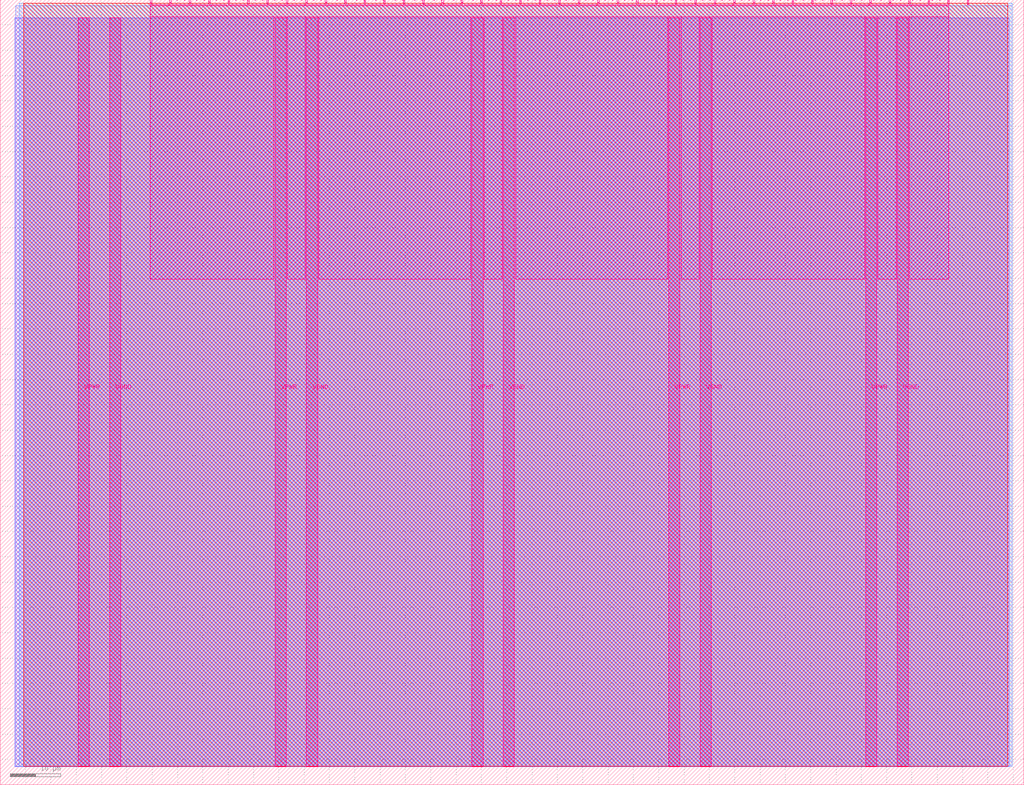
<source format=lef>
VERSION 5.7 ;
  NOWIREEXTENSIONATPIN ON ;
  DIVIDERCHAR "/" ;
  BUSBITCHARS "[]" ;
MACRO tt_um_MichaelBell_hd_8b10b
  CLASS BLOCK ;
  FOREIGN tt_um_MichaelBell_hd_8b10b ;
  ORIGIN 0.000 0.000 ;
  SIZE 202.080 BY 154.980 ;
  PIN VGND
    DIRECTION INOUT ;
    USE GROUND ;
    PORT
      LAYER Metal5 ;
        RECT 21.580 3.560 23.780 151.420 ;
    END
    PORT
      LAYER Metal5 ;
        RECT 60.450 3.560 62.650 151.420 ;
    END
    PORT
      LAYER Metal5 ;
        RECT 99.320 3.560 101.520 151.420 ;
    END
    PORT
      LAYER Metal5 ;
        RECT 138.190 3.560 140.390 151.420 ;
    END
    PORT
      LAYER Metal5 ;
        RECT 177.060 3.560 179.260 151.420 ;
    END
  END VGND
  PIN VPWR
    DIRECTION INOUT ;
    USE POWER ;
    PORT
      LAYER Metal5 ;
        RECT 15.380 3.560 17.580 151.420 ;
    END
    PORT
      LAYER Metal5 ;
        RECT 54.250 3.560 56.450 151.420 ;
    END
    PORT
      LAYER Metal5 ;
        RECT 93.120 3.560 95.320 151.420 ;
    END
    PORT
      LAYER Metal5 ;
        RECT 131.990 3.560 134.190 151.420 ;
    END
    PORT
      LAYER Metal5 ;
        RECT 170.860 3.560 173.060 151.420 ;
    END
  END VPWR
  PIN clk
    DIRECTION INPUT ;
    USE SIGNAL ;
    ANTENNAGATEAREA 0.213200 ;
    PORT
      LAYER Metal5 ;
        RECT 187.050 153.980 187.350 154.980 ;
    END
  END clk
  PIN ena
    DIRECTION INPUT ;
    USE SIGNAL ;
    PORT
      LAYER Metal5 ;
        RECT 190.890 153.980 191.190 154.980 ;
    END
  END ena
  PIN rst_n
    DIRECTION INPUT ;
    USE SIGNAL ;
    ANTENNAGATEAREA 0.180700 ;
    PORT
      LAYER Metal5 ;
        RECT 183.210 153.980 183.510 154.980 ;
    END
  END rst_n
  PIN ui_in[0]
    DIRECTION INPUT ;
    USE SIGNAL ;
    ANTENNAGATEAREA 0.213200 ;
    PORT
      LAYER Metal5 ;
        RECT 179.370 153.980 179.670 154.980 ;
    END
  END ui_in[0]
  PIN ui_in[1]
    DIRECTION INPUT ;
    USE SIGNAL ;
    ANTENNAGATEAREA 0.180700 ;
    PORT
      LAYER Metal5 ;
        RECT 175.530 153.980 175.830 154.980 ;
    END
  END ui_in[1]
  PIN ui_in[2]
    DIRECTION INPUT ;
    USE SIGNAL ;
    ANTENNAGATEAREA 0.213200 ;
    PORT
      LAYER Metal5 ;
        RECT 171.690 153.980 171.990 154.980 ;
    END
  END ui_in[2]
  PIN ui_in[3]
    DIRECTION INPUT ;
    USE SIGNAL ;
    ANTENNAGATEAREA 0.213200 ;
    PORT
      LAYER Metal5 ;
        RECT 167.850 153.980 168.150 154.980 ;
    END
  END ui_in[3]
  PIN ui_in[4]
    DIRECTION INPUT ;
    USE SIGNAL ;
    ANTENNAGATEAREA 0.180700 ;
    PORT
      LAYER Metal5 ;
        RECT 164.010 153.980 164.310 154.980 ;
    END
  END ui_in[4]
  PIN ui_in[5]
    DIRECTION INPUT ;
    USE SIGNAL ;
    ANTENNAGATEAREA 0.213200 ;
    PORT
      LAYER Metal5 ;
        RECT 160.170 153.980 160.470 154.980 ;
    END
  END ui_in[5]
  PIN ui_in[6]
    DIRECTION INPUT ;
    USE SIGNAL ;
    ANTENNAGATEAREA 0.180700 ;
    PORT
      LAYER Metal5 ;
        RECT 156.330 153.980 156.630 154.980 ;
    END
  END ui_in[6]
  PIN ui_in[7]
    DIRECTION INPUT ;
    USE SIGNAL ;
    ANTENNAGATEAREA 0.180700 ;
    PORT
      LAYER Metal5 ;
        RECT 152.490 153.980 152.790 154.980 ;
    END
  END ui_in[7]
  PIN uio_in[0]
    DIRECTION INPUT ;
    USE SIGNAL ;
    PORT
      LAYER Metal5 ;
        RECT 148.650 153.980 148.950 154.980 ;
    END
  END uio_in[0]
  PIN uio_in[1]
    DIRECTION INPUT ;
    USE SIGNAL ;
    PORT
      LAYER Metal5 ;
        RECT 144.810 153.980 145.110 154.980 ;
    END
  END uio_in[1]
  PIN uio_in[2]
    DIRECTION INPUT ;
    USE SIGNAL ;
    PORT
      LAYER Metal5 ;
        RECT 140.970 153.980 141.270 154.980 ;
    END
  END uio_in[2]
  PIN uio_in[3]
    DIRECTION INPUT ;
    USE SIGNAL ;
    PORT
      LAYER Metal5 ;
        RECT 137.130 153.980 137.430 154.980 ;
    END
  END uio_in[3]
  PIN uio_in[4]
    DIRECTION INPUT ;
    USE SIGNAL ;
    PORT
      LAYER Metal5 ;
        RECT 133.290 153.980 133.590 154.980 ;
    END
  END uio_in[4]
  PIN uio_in[5]
    DIRECTION INPUT ;
    USE SIGNAL ;
    PORT
      LAYER Metal5 ;
        RECT 129.450 153.980 129.750 154.980 ;
    END
  END uio_in[5]
  PIN uio_in[6]
    DIRECTION INPUT ;
    USE SIGNAL ;
    PORT
      LAYER Metal5 ;
        RECT 125.610 153.980 125.910 154.980 ;
    END
  END uio_in[6]
  PIN uio_in[7]
    DIRECTION INPUT ;
    USE SIGNAL ;
    PORT
      LAYER Metal5 ;
        RECT 121.770 153.980 122.070 154.980 ;
    END
  END uio_in[7]
  PIN uio_oe[0]
    DIRECTION OUTPUT ;
    USE SIGNAL ;
    ANTENNADIFFAREA 0.654800 ;
    PORT
      LAYER Metal5 ;
        RECT 56.490 153.980 56.790 154.980 ;
    END
  END uio_oe[0]
  PIN uio_oe[1]
    DIRECTION OUTPUT ;
    USE SIGNAL ;
    ANTENNADIFFAREA 0.654800 ;
    PORT
      LAYER Metal5 ;
        RECT 52.650 153.980 52.950 154.980 ;
    END
  END uio_oe[1]
  PIN uio_oe[2]
    DIRECTION OUTPUT ;
    USE SIGNAL ;
    ANTENNADIFFAREA 0.654800 ;
    PORT
      LAYER Metal5 ;
        RECT 48.810 153.980 49.110 154.980 ;
    END
  END uio_oe[2]
  PIN uio_oe[3]
    DIRECTION OUTPUT ;
    USE SIGNAL ;
    ANTENNADIFFAREA 0.654800 ;
    PORT
      LAYER Metal5 ;
        RECT 44.970 153.980 45.270 154.980 ;
    END
  END uio_oe[3]
  PIN uio_oe[4]
    DIRECTION OUTPUT ;
    USE SIGNAL ;
    ANTENNADIFFAREA 0.654800 ;
    PORT
      LAYER Metal5 ;
        RECT 41.130 153.980 41.430 154.980 ;
    END
  END uio_oe[4]
  PIN uio_oe[5]
    DIRECTION OUTPUT ;
    USE SIGNAL ;
    ANTENNADIFFAREA 0.654800 ;
    PORT
      LAYER Metal5 ;
        RECT 37.290 153.980 37.590 154.980 ;
    END
  END uio_oe[5]
  PIN uio_oe[6]
    DIRECTION OUTPUT ;
    USE SIGNAL ;
    ANTENNADIFFAREA 0.654800 ;
    PORT
      LAYER Metal5 ;
        RECT 33.450 153.980 33.750 154.980 ;
    END
  END uio_oe[6]
  PIN uio_oe[7]
    DIRECTION OUTPUT ;
    USE SIGNAL ;
    ANTENNAGATEAREA 1.264900 ;
    ANTENNADIFFAREA 1.124800 ;
    PORT
      LAYER Metal5 ;
        RECT 29.610 153.980 29.910 154.980 ;
    END
  END uio_oe[7]
  PIN uio_out[0]
    DIRECTION OUTPUT ;
    USE SIGNAL ;
    ANTENNADIFFAREA 0.677200 ;
    PORT
      LAYER Metal5 ;
        RECT 87.210 153.980 87.510 154.980 ;
    END
  END uio_out[0]
  PIN uio_out[1]
    DIRECTION OUTPUT ;
    USE SIGNAL ;
    ANTENNADIFFAREA 0.677200 ;
    PORT
      LAYER Metal5 ;
        RECT 83.370 153.980 83.670 154.980 ;
    END
  END uio_out[1]
  PIN uio_out[2]
    DIRECTION OUTPUT ;
    USE SIGNAL ;
    ANTENNADIFFAREA 0.677200 ;
    PORT
      LAYER Metal5 ;
        RECT 79.530 153.980 79.830 154.980 ;
    END
  END uio_out[2]
  PIN uio_out[3]
    DIRECTION OUTPUT ;
    USE SIGNAL ;
    ANTENNADIFFAREA 0.677200 ;
    PORT
      LAYER Metal5 ;
        RECT 75.690 153.980 75.990 154.980 ;
    END
  END uio_out[3]
  PIN uio_out[4]
    DIRECTION OUTPUT ;
    USE SIGNAL ;
    ANTENNADIFFAREA 1.269200 ;
    PORT
      LAYER Metal5 ;
        RECT 71.850 153.980 72.150 154.980 ;
    END
  END uio_out[4]
  PIN uio_out[5]
    DIRECTION OUTPUT ;
    USE SIGNAL ;
    ANTENNADIFFAREA 0.662000 ;
    PORT
      LAYER Metal5 ;
        RECT 68.010 153.980 68.310 154.980 ;
    END
  END uio_out[5]
  PIN uio_out[6]
    DIRECTION OUTPUT ;
    USE SIGNAL ;
    ANTENNADIFFAREA 0.677200 ;
    PORT
      LAYER Metal5 ;
        RECT 64.170 153.980 64.470 154.980 ;
    END
  END uio_out[6]
  PIN uio_out[7]
    DIRECTION OUTPUT ;
    USE SIGNAL ;
    ANTENNADIFFAREA 0.677200 ;
    PORT
      LAYER Metal5 ;
        RECT 60.330 153.980 60.630 154.980 ;
    END
  END uio_out[7]
  PIN uo_out[0]
    DIRECTION OUTPUT ;
    USE SIGNAL ;
    ANTENNADIFFAREA 1.135600 ;
    PORT
      LAYER Metal5 ;
        RECT 117.930 153.980 118.230 154.980 ;
    END
  END uo_out[0]
  PIN uo_out[1]
    DIRECTION OUTPUT ;
    USE SIGNAL ;
    ANTENNADIFFAREA 1.135700 ;
    PORT
      LAYER Metal5 ;
        RECT 114.090 153.980 114.390 154.980 ;
    END
  END uo_out[1]
  PIN uo_out[2]
    DIRECTION OUTPUT ;
    USE SIGNAL ;
    ANTENNADIFFAREA 1.135600 ;
    PORT
      LAYER Metal5 ;
        RECT 110.250 153.980 110.550 154.980 ;
    END
  END uo_out[2]
  PIN uo_out[3]
    DIRECTION OUTPUT ;
    USE SIGNAL ;
    ANTENNADIFFAREA 0.677200 ;
    PORT
      LAYER Metal5 ;
        RECT 106.410 153.980 106.710 154.980 ;
    END
  END uo_out[3]
  PIN uo_out[4]
    DIRECTION OUTPUT ;
    USE SIGNAL ;
    ANTENNADIFFAREA 0.677200 ;
    PORT
      LAYER Metal5 ;
        RECT 102.570 153.980 102.870 154.980 ;
    END
  END uo_out[4]
  PIN uo_out[5]
    DIRECTION OUTPUT ;
    USE SIGNAL ;
    ANTENNADIFFAREA 0.988000 ;
    PORT
      LAYER Metal5 ;
        RECT 98.730 153.980 99.030 154.980 ;
    END
  END uo_out[5]
  PIN uo_out[6]
    DIRECTION OUTPUT ;
    USE SIGNAL ;
    ANTENNADIFFAREA 0.677200 ;
    PORT
      LAYER Metal5 ;
        RECT 94.890 153.980 95.190 154.980 ;
    END
  END uo_out[6]
  PIN uo_out[7]
    DIRECTION OUTPUT ;
    USE SIGNAL ;
    ANTENNADIFFAREA 0.677200 ;
    PORT
      LAYER Metal5 ;
        RECT 91.050 153.980 91.350 154.980 ;
    END
  END uo_out[7]
  OBS
      LAYER GatPoly ;
        RECT 2.880 3.630 199.200 151.350 ;
      LAYER Metal1 ;
        RECT 2.880 3.560 199.200 151.420 ;
      LAYER Metal2 ;
        RECT 3.085 3.680 199.825 153.820 ;
      LAYER Metal3 ;
        RECT 3.740 3.635 199.780 154.285 ;
      LAYER Metal4 ;
        RECT 4.655 3.680 198.865 154.240 ;
      LAYER Metal5 ;
        RECT 30.120 153.770 33.240 153.980 ;
        RECT 33.960 153.770 37.080 153.980 ;
        RECT 37.800 153.770 40.920 153.980 ;
        RECT 41.640 153.770 44.760 153.980 ;
        RECT 45.480 153.770 48.600 153.980 ;
        RECT 49.320 153.770 52.440 153.980 ;
        RECT 53.160 153.770 56.280 153.980 ;
        RECT 57.000 153.770 60.120 153.980 ;
        RECT 60.840 153.770 63.960 153.980 ;
        RECT 64.680 153.770 67.800 153.980 ;
        RECT 68.520 153.770 71.640 153.980 ;
        RECT 72.360 153.770 75.480 153.980 ;
        RECT 76.200 153.770 79.320 153.980 ;
        RECT 80.040 153.770 83.160 153.980 ;
        RECT 83.880 153.770 87.000 153.980 ;
        RECT 87.720 153.770 90.840 153.980 ;
        RECT 91.560 153.770 94.680 153.980 ;
        RECT 95.400 153.770 98.520 153.980 ;
        RECT 99.240 153.770 102.360 153.980 ;
        RECT 103.080 153.770 106.200 153.980 ;
        RECT 106.920 153.770 110.040 153.980 ;
        RECT 110.760 153.770 113.880 153.980 ;
        RECT 114.600 153.770 117.720 153.980 ;
        RECT 118.440 153.770 121.560 153.980 ;
        RECT 122.280 153.770 125.400 153.980 ;
        RECT 126.120 153.770 129.240 153.980 ;
        RECT 129.960 153.770 133.080 153.980 ;
        RECT 133.800 153.770 136.920 153.980 ;
        RECT 137.640 153.770 140.760 153.980 ;
        RECT 141.480 153.770 144.600 153.980 ;
        RECT 145.320 153.770 148.440 153.980 ;
        RECT 149.160 153.770 152.280 153.980 ;
        RECT 153.000 153.770 156.120 153.980 ;
        RECT 156.840 153.770 159.960 153.980 ;
        RECT 160.680 153.770 163.800 153.980 ;
        RECT 164.520 153.770 167.640 153.980 ;
        RECT 168.360 153.770 171.480 153.980 ;
        RECT 172.200 153.770 175.320 153.980 ;
        RECT 176.040 153.770 179.160 153.980 ;
        RECT 179.880 153.770 183.000 153.980 ;
        RECT 183.720 153.770 186.840 153.980 ;
        RECT 29.660 151.630 187.300 153.770 ;
        RECT 29.660 99.815 54.040 151.630 ;
        RECT 56.660 99.815 60.240 151.630 ;
        RECT 62.860 99.815 92.910 151.630 ;
        RECT 95.530 99.815 99.110 151.630 ;
        RECT 101.730 99.815 131.780 151.630 ;
        RECT 134.400 99.815 137.980 151.630 ;
        RECT 140.600 99.815 170.650 151.630 ;
        RECT 173.270 99.815 176.850 151.630 ;
        RECT 179.470 99.815 187.300 151.630 ;
  END
END tt_um_MichaelBell_hd_8b10b
END LIBRARY


</source>
